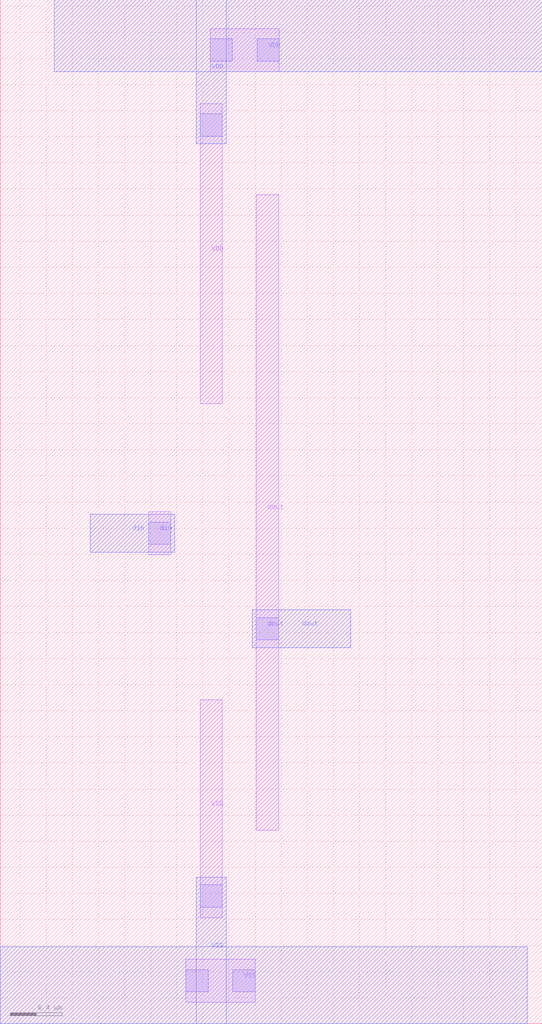
<source format=lef>
VERSION 5.8 ;
BUSBITCHARS "[]" ;
DIVIDERCHAR "/" ;

MACRO inverter
  CLASS CORE ;
  ORIGIN -1.045 0.2 ;
  FOREIGN inverter 1.045 -0.2 ;
  SIZE 4.155 BY 7.85 ;
  SYMMETRY X Y ;
  SITE unithd ;
  PIN VDD
    DIRECTION INOUT ;
    USE POWER ;
    SHAPE ABUTMENT ;
    PORT
      LAYER li1 ;
        RECT 2.655 7.1 3.185 7.43 ;
        RECT 2.58 4.555 2.75 6.855 ;
      LAYER met1 ;
        RECT 1.46 7.1 5.2 7.65 ;
        RECT 2.55 6.545 2.78 7.65 ;
      LAYER mcon ;
        RECT 2.58 6.605 2.75 6.775 ;
        RECT 2.655 7.18 2.825 7.35 ;
        RECT 3.015 7.18 3.185 7.35 ;
    END
  END VDD
  PIN VSS
    DIRECTION INOUT ;
    USE GROUND ;
    SHAPE ABUTMENT ;
    PORT
      LAYER li1 ;
        RECT 2.47 -0.035 3 0.295 ;
        RECT 2.58 0.615 2.75 2.285 ;
      LAYER met1 ;
        RECT 1.045 -0.2 5.085 0.39 ;
        RECT 2.55 -0.2 2.78 0.925 ;
      LAYER mcon ;
        RECT 2.47 0.045 2.64 0.215 ;
        RECT 2.58 0.695 2.75 0.865 ;
        RECT 2.83 0.045 3 0.215 ;
    END
  END VSS
  PIN din
    DIRECTION INPUT ;
    USE SIGNAL ;
    PORT
      LAYER li1 ;
        RECT 2.185 3.395 2.355 3.725 ;
      LAYER met1 ;
        RECT 1.735 3.415 2.385 3.705 ;
      LAYER mcon ;
        RECT 2.185 3.475 2.355 3.645 ;
    END
  END din
  PIN dout
    DIRECTION OUTPUT ;
    USE SIGNAL ;
    PORT
      LAYER li1 ;
        RECT 3.01 1.285 3.18 6.155 ;
      LAYER met1 ;
        RECT 2.98 2.685 3.735 2.975 ;
      LAYER mcon ;
        RECT 3.01 2.745 3.18 2.915 ;
    END
  END dout
END inverter

END LIBRARY

</source>
